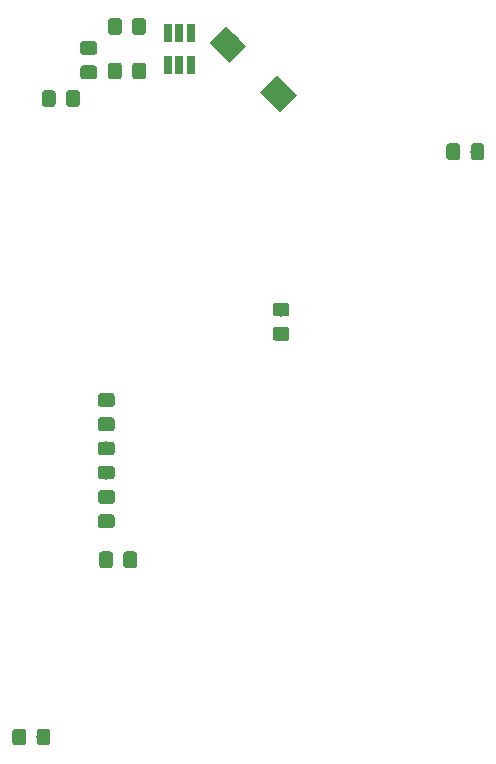
<source format=gbp>
G04 #@! TF.GenerationSoftware,KiCad,Pcbnew,5.0.1-33cea8e~68~ubuntu18.04.1*
G04 #@! TF.CreationDate,2018-11-23T15:34:50-05:00*
G04 #@! TF.ProjectId,samn,73616D6E2E6B696361645F7063620000,6*
G04 #@! TF.SameCoordinates,Original*
G04 #@! TF.FileFunction,Paste,Bot*
G04 #@! TF.FilePolarity,Positive*
%FSLAX46Y46*%
G04 Gerber Fmt 4.6, Leading zero omitted, Abs format (unit mm)*
G04 Created by KiCad (PCBNEW 5.0.1-33cea8e~68~ubuntu18.04.1) date Fri 23 Nov 2018 03:34:50 PM EST*
%MOMM*%
%LPD*%
G01*
G04 APERTURE LIST*
%ADD10C,2.000000*%
%ADD11C,0.100000*%
%ADD12C,1.150000*%
%ADD13R,0.650000X1.560000*%
G04 APERTURE END LIST*
D10*
G04 #@! TO.C,L1*
X44200000Y-27450000D03*
D11*
G36*
X44341421Y-29005635D02*
X42644365Y-27308579D01*
X44058579Y-25894365D01*
X45755635Y-27591421D01*
X44341421Y-29005635D01*
X44341421Y-29005635D01*
G37*
D10*
X39950000Y-23250000D03*
D11*
G36*
X40091421Y-24805635D02*
X38394365Y-23108579D01*
X39808579Y-21694365D01*
X41505635Y-23391421D01*
X40091421Y-24805635D01*
X40091421Y-24805635D01*
G37*
G04 #@! TD*
G04 #@! TO.C,R7*
G36*
X61424505Y-31651204D02*
X61448773Y-31654804D01*
X61472572Y-31660765D01*
X61495671Y-31669030D01*
X61517850Y-31679520D01*
X61538893Y-31692132D01*
X61558599Y-31706747D01*
X61576777Y-31723223D01*
X61593253Y-31741401D01*
X61607868Y-31761107D01*
X61620480Y-31782150D01*
X61630970Y-31804329D01*
X61639235Y-31827428D01*
X61645196Y-31851227D01*
X61648796Y-31875495D01*
X61650000Y-31899999D01*
X61650000Y-32800001D01*
X61648796Y-32824505D01*
X61645196Y-32848773D01*
X61639235Y-32872572D01*
X61630970Y-32895671D01*
X61620480Y-32917850D01*
X61607868Y-32938893D01*
X61593253Y-32958599D01*
X61576777Y-32976777D01*
X61558599Y-32993253D01*
X61538893Y-33007868D01*
X61517850Y-33020480D01*
X61495671Y-33030970D01*
X61472572Y-33039235D01*
X61448773Y-33045196D01*
X61424505Y-33048796D01*
X61400001Y-33050000D01*
X60749999Y-33050000D01*
X60725495Y-33048796D01*
X60701227Y-33045196D01*
X60677428Y-33039235D01*
X60654329Y-33030970D01*
X60632150Y-33020480D01*
X60611107Y-33007868D01*
X60591401Y-32993253D01*
X60573223Y-32976777D01*
X60556747Y-32958599D01*
X60542132Y-32938893D01*
X60529520Y-32917850D01*
X60519030Y-32895671D01*
X60510765Y-32872572D01*
X60504804Y-32848773D01*
X60501204Y-32824505D01*
X60500000Y-32800001D01*
X60500000Y-31899999D01*
X60501204Y-31875495D01*
X60504804Y-31851227D01*
X60510765Y-31827428D01*
X60519030Y-31804329D01*
X60529520Y-31782150D01*
X60542132Y-31761107D01*
X60556747Y-31741401D01*
X60573223Y-31723223D01*
X60591401Y-31706747D01*
X60611107Y-31692132D01*
X60632150Y-31679520D01*
X60654329Y-31669030D01*
X60677428Y-31660765D01*
X60701227Y-31654804D01*
X60725495Y-31651204D01*
X60749999Y-31650000D01*
X61400001Y-31650000D01*
X61424505Y-31651204D01*
X61424505Y-31651204D01*
G37*
D12*
X61075000Y-32350000D03*
D11*
G36*
X59374505Y-31651204D02*
X59398773Y-31654804D01*
X59422572Y-31660765D01*
X59445671Y-31669030D01*
X59467850Y-31679520D01*
X59488893Y-31692132D01*
X59508599Y-31706747D01*
X59526777Y-31723223D01*
X59543253Y-31741401D01*
X59557868Y-31761107D01*
X59570480Y-31782150D01*
X59580970Y-31804329D01*
X59589235Y-31827428D01*
X59595196Y-31851227D01*
X59598796Y-31875495D01*
X59600000Y-31899999D01*
X59600000Y-32800001D01*
X59598796Y-32824505D01*
X59595196Y-32848773D01*
X59589235Y-32872572D01*
X59580970Y-32895671D01*
X59570480Y-32917850D01*
X59557868Y-32938893D01*
X59543253Y-32958599D01*
X59526777Y-32976777D01*
X59508599Y-32993253D01*
X59488893Y-33007868D01*
X59467850Y-33020480D01*
X59445671Y-33030970D01*
X59422572Y-33039235D01*
X59398773Y-33045196D01*
X59374505Y-33048796D01*
X59350001Y-33050000D01*
X58699999Y-33050000D01*
X58675495Y-33048796D01*
X58651227Y-33045196D01*
X58627428Y-33039235D01*
X58604329Y-33030970D01*
X58582150Y-33020480D01*
X58561107Y-33007868D01*
X58541401Y-32993253D01*
X58523223Y-32976777D01*
X58506747Y-32958599D01*
X58492132Y-32938893D01*
X58479520Y-32917850D01*
X58469030Y-32895671D01*
X58460765Y-32872572D01*
X58454804Y-32848773D01*
X58451204Y-32824505D01*
X58450000Y-32800001D01*
X58450000Y-31899999D01*
X58451204Y-31875495D01*
X58454804Y-31851227D01*
X58460765Y-31827428D01*
X58469030Y-31804329D01*
X58479520Y-31782150D01*
X58492132Y-31761107D01*
X58506747Y-31741401D01*
X58523223Y-31723223D01*
X58541401Y-31706747D01*
X58561107Y-31692132D01*
X58582150Y-31679520D01*
X58604329Y-31669030D01*
X58627428Y-31660765D01*
X58651227Y-31654804D01*
X58675495Y-31651204D01*
X58699999Y-31650000D01*
X59350001Y-31650000D01*
X59374505Y-31651204D01*
X59374505Y-31651204D01*
G37*
D12*
X59025000Y-32350000D03*
G04 #@! TD*
D11*
G04 #@! TO.C,C2*
G36*
X25124505Y-27151204D02*
X25148773Y-27154804D01*
X25172572Y-27160765D01*
X25195671Y-27169030D01*
X25217850Y-27179520D01*
X25238893Y-27192132D01*
X25258599Y-27206747D01*
X25276777Y-27223223D01*
X25293253Y-27241401D01*
X25307868Y-27261107D01*
X25320480Y-27282150D01*
X25330970Y-27304329D01*
X25339235Y-27327428D01*
X25345196Y-27351227D01*
X25348796Y-27375495D01*
X25350000Y-27399999D01*
X25350000Y-28300001D01*
X25348796Y-28324505D01*
X25345196Y-28348773D01*
X25339235Y-28372572D01*
X25330970Y-28395671D01*
X25320480Y-28417850D01*
X25307868Y-28438893D01*
X25293253Y-28458599D01*
X25276777Y-28476777D01*
X25258599Y-28493253D01*
X25238893Y-28507868D01*
X25217850Y-28520480D01*
X25195671Y-28530970D01*
X25172572Y-28539235D01*
X25148773Y-28545196D01*
X25124505Y-28548796D01*
X25100001Y-28550000D01*
X24449999Y-28550000D01*
X24425495Y-28548796D01*
X24401227Y-28545196D01*
X24377428Y-28539235D01*
X24354329Y-28530970D01*
X24332150Y-28520480D01*
X24311107Y-28507868D01*
X24291401Y-28493253D01*
X24273223Y-28476777D01*
X24256747Y-28458599D01*
X24242132Y-28438893D01*
X24229520Y-28417850D01*
X24219030Y-28395671D01*
X24210765Y-28372572D01*
X24204804Y-28348773D01*
X24201204Y-28324505D01*
X24200000Y-28300001D01*
X24200000Y-27399999D01*
X24201204Y-27375495D01*
X24204804Y-27351227D01*
X24210765Y-27327428D01*
X24219030Y-27304329D01*
X24229520Y-27282150D01*
X24242132Y-27261107D01*
X24256747Y-27241401D01*
X24273223Y-27223223D01*
X24291401Y-27206747D01*
X24311107Y-27192132D01*
X24332150Y-27179520D01*
X24354329Y-27169030D01*
X24377428Y-27160765D01*
X24401227Y-27154804D01*
X24425495Y-27151204D01*
X24449999Y-27150000D01*
X25100001Y-27150000D01*
X25124505Y-27151204D01*
X25124505Y-27151204D01*
G37*
D12*
X24775000Y-27850000D03*
D11*
G36*
X27174505Y-27151204D02*
X27198773Y-27154804D01*
X27222572Y-27160765D01*
X27245671Y-27169030D01*
X27267850Y-27179520D01*
X27288893Y-27192132D01*
X27308599Y-27206747D01*
X27326777Y-27223223D01*
X27343253Y-27241401D01*
X27357868Y-27261107D01*
X27370480Y-27282150D01*
X27380970Y-27304329D01*
X27389235Y-27327428D01*
X27395196Y-27351227D01*
X27398796Y-27375495D01*
X27400000Y-27399999D01*
X27400000Y-28300001D01*
X27398796Y-28324505D01*
X27395196Y-28348773D01*
X27389235Y-28372572D01*
X27380970Y-28395671D01*
X27370480Y-28417850D01*
X27357868Y-28438893D01*
X27343253Y-28458599D01*
X27326777Y-28476777D01*
X27308599Y-28493253D01*
X27288893Y-28507868D01*
X27267850Y-28520480D01*
X27245671Y-28530970D01*
X27222572Y-28539235D01*
X27198773Y-28545196D01*
X27174505Y-28548796D01*
X27150001Y-28550000D01*
X26499999Y-28550000D01*
X26475495Y-28548796D01*
X26451227Y-28545196D01*
X26427428Y-28539235D01*
X26404329Y-28530970D01*
X26382150Y-28520480D01*
X26361107Y-28507868D01*
X26341401Y-28493253D01*
X26323223Y-28476777D01*
X26306747Y-28458599D01*
X26292132Y-28438893D01*
X26279520Y-28417850D01*
X26269030Y-28395671D01*
X26260765Y-28372572D01*
X26254804Y-28348773D01*
X26251204Y-28324505D01*
X26250000Y-28300001D01*
X26250000Y-27399999D01*
X26251204Y-27375495D01*
X26254804Y-27351227D01*
X26260765Y-27327428D01*
X26269030Y-27304329D01*
X26279520Y-27282150D01*
X26292132Y-27261107D01*
X26306747Y-27241401D01*
X26323223Y-27223223D01*
X26341401Y-27206747D01*
X26361107Y-27192132D01*
X26382150Y-27179520D01*
X26404329Y-27169030D01*
X26427428Y-27160765D01*
X26451227Y-27154804D01*
X26475495Y-27151204D01*
X26499999Y-27150000D01*
X27150001Y-27150000D01*
X27174505Y-27151204D01*
X27174505Y-27151204D01*
G37*
D12*
X26825000Y-27850000D03*
G04 #@! TD*
D11*
G04 #@! TO.C,C3*
G36*
X44924505Y-47201204D02*
X44948773Y-47204804D01*
X44972572Y-47210765D01*
X44995671Y-47219030D01*
X45017850Y-47229520D01*
X45038893Y-47242132D01*
X45058599Y-47256747D01*
X45076777Y-47273223D01*
X45093253Y-47291401D01*
X45107868Y-47311107D01*
X45120480Y-47332150D01*
X45130970Y-47354329D01*
X45139235Y-47377428D01*
X45145196Y-47401227D01*
X45148796Y-47425495D01*
X45150000Y-47449999D01*
X45150000Y-48100001D01*
X45148796Y-48124505D01*
X45145196Y-48148773D01*
X45139235Y-48172572D01*
X45130970Y-48195671D01*
X45120480Y-48217850D01*
X45107868Y-48238893D01*
X45093253Y-48258599D01*
X45076777Y-48276777D01*
X45058599Y-48293253D01*
X45038893Y-48307868D01*
X45017850Y-48320480D01*
X44995671Y-48330970D01*
X44972572Y-48339235D01*
X44948773Y-48345196D01*
X44924505Y-48348796D01*
X44900001Y-48350000D01*
X43999999Y-48350000D01*
X43975495Y-48348796D01*
X43951227Y-48345196D01*
X43927428Y-48339235D01*
X43904329Y-48330970D01*
X43882150Y-48320480D01*
X43861107Y-48307868D01*
X43841401Y-48293253D01*
X43823223Y-48276777D01*
X43806747Y-48258599D01*
X43792132Y-48238893D01*
X43779520Y-48217850D01*
X43769030Y-48195671D01*
X43760765Y-48172572D01*
X43754804Y-48148773D01*
X43751204Y-48124505D01*
X43750000Y-48100001D01*
X43750000Y-47449999D01*
X43751204Y-47425495D01*
X43754804Y-47401227D01*
X43760765Y-47377428D01*
X43769030Y-47354329D01*
X43779520Y-47332150D01*
X43792132Y-47311107D01*
X43806747Y-47291401D01*
X43823223Y-47273223D01*
X43841401Y-47256747D01*
X43861107Y-47242132D01*
X43882150Y-47229520D01*
X43904329Y-47219030D01*
X43927428Y-47210765D01*
X43951227Y-47204804D01*
X43975495Y-47201204D01*
X43999999Y-47200000D01*
X44900001Y-47200000D01*
X44924505Y-47201204D01*
X44924505Y-47201204D01*
G37*
D12*
X44450000Y-47775000D03*
D11*
G36*
X44924505Y-45151204D02*
X44948773Y-45154804D01*
X44972572Y-45160765D01*
X44995671Y-45169030D01*
X45017850Y-45179520D01*
X45038893Y-45192132D01*
X45058599Y-45206747D01*
X45076777Y-45223223D01*
X45093253Y-45241401D01*
X45107868Y-45261107D01*
X45120480Y-45282150D01*
X45130970Y-45304329D01*
X45139235Y-45327428D01*
X45145196Y-45351227D01*
X45148796Y-45375495D01*
X45150000Y-45399999D01*
X45150000Y-46050001D01*
X45148796Y-46074505D01*
X45145196Y-46098773D01*
X45139235Y-46122572D01*
X45130970Y-46145671D01*
X45120480Y-46167850D01*
X45107868Y-46188893D01*
X45093253Y-46208599D01*
X45076777Y-46226777D01*
X45058599Y-46243253D01*
X45038893Y-46257868D01*
X45017850Y-46270480D01*
X44995671Y-46280970D01*
X44972572Y-46289235D01*
X44948773Y-46295196D01*
X44924505Y-46298796D01*
X44900001Y-46300000D01*
X43999999Y-46300000D01*
X43975495Y-46298796D01*
X43951227Y-46295196D01*
X43927428Y-46289235D01*
X43904329Y-46280970D01*
X43882150Y-46270480D01*
X43861107Y-46257868D01*
X43841401Y-46243253D01*
X43823223Y-46226777D01*
X43806747Y-46208599D01*
X43792132Y-46188893D01*
X43779520Y-46167850D01*
X43769030Y-46145671D01*
X43760765Y-46122572D01*
X43754804Y-46098773D01*
X43751204Y-46074505D01*
X43750000Y-46050001D01*
X43750000Y-45399999D01*
X43751204Y-45375495D01*
X43754804Y-45351227D01*
X43760765Y-45327428D01*
X43769030Y-45304329D01*
X43779520Y-45282150D01*
X43792132Y-45261107D01*
X43806747Y-45241401D01*
X43823223Y-45223223D01*
X43841401Y-45206747D01*
X43861107Y-45192132D01*
X43882150Y-45179520D01*
X43904329Y-45169030D01*
X43927428Y-45160765D01*
X43951227Y-45154804D01*
X43975495Y-45151204D01*
X43999999Y-45150000D01*
X44900001Y-45150000D01*
X44924505Y-45151204D01*
X44924505Y-45151204D01*
G37*
D12*
X44450000Y-45725000D03*
G04 #@! TD*
D11*
G04 #@! TO.C,C5*
G36*
X30124505Y-52801204D02*
X30148773Y-52804804D01*
X30172572Y-52810765D01*
X30195671Y-52819030D01*
X30217850Y-52829520D01*
X30238893Y-52842132D01*
X30258599Y-52856747D01*
X30276777Y-52873223D01*
X30293253Y-52891401D01*
X30307868Y-52911107D01*
X30320480Y-52932150D01*
X30330970Y-52954329D01*
X30339235Y-52977428D01*
X30345196Y-53001227D01*
X30348796Y-53025495D01*
X30350000Y-53049999D01*
X30350000Y-53700001D01*
X30348796Y-53724505D01*
X30345196Y-53748773D01*
X30339235Y-53772572D01*
X30330970Y-53795671D01*
X30320480Y-53817850D01*
X30307868Y-53838893D01*
X30293253Y-53858599D01*
X30276777Y-53876777D01*
X30258599Y-53893253D01*
X30238893Y-53907868D01*
X30217850Y-53920480D01*
X30195671Y-53930970D01*
X30172572Y-53939235D01*
X30148773Y-53945196D01*
X30124505Y-53948796D01*
X30100001Y-53950000D01*
X29199999Y-53950000D01*
X29175495Y-53948796D01*
X29151227Y-53945196D01*
X29127428Y-53939235D01*
X29104329Y-53930970D01*
X29082150Y-53920480D01*
X29061107Y-53907868D01*
X29041401Y-53893253D01*
X29023223Y-53876777D01*
X29006747Y-53858599D01*
X28992132Y-53838893D01*
X28979520Y-53817850D01*
X28969030Y-53795671D01*
X28960765Y-53772572D01*
X28954804Y-53748773D01*
X28951204Y-53724505D01*
X28950000Y-53700001D01*
X28950000Y-53049999D01*
X28951204Y-53025495D01*
X28954804Y-53001227D01*
X28960765Y-52977428D01*
X28969030Y-52954329D01*
X28979520Y-52932150D01*
X28992132Y-52911107D01*
X29006747Y-52891401D01*
X29023223Y-52873223D01*
X29041401Y-52856747D01*
X29061107Y-52842132D01*
X29082150Y-52829520D01*
X29104329Y-52819030D01*
X29127428Y-52810765D01*
X29151227Y-52804804D01*
X29175495Y-52801204D01*
X29199999Y-52800000D01*
X30100001Y-52800000D01*
X30124505Y-52801204D01*
X30124505Y-52801204D01*
G37*
D12*
X29650000Y-53375000D03*
D11*
G36*
X30124505Y-54851204D02*
X30148773Y-54854804D01*
X30172572Y-54860765D01*
X30195671Y-54869030D01*
X30217850Y-54879520D01*
X30238893Y-54892132D01*
X30258599Y-54906747D01*
X30276777Y-54923223D01*
X30293253Y-54941401D01*
X30307868Y-54961107D01*
X30320480Y-54982150D01*
X30330970Y-55004329D01*
X30339235Y-55027428D01*
X30345196Y-55051227D01*
X30348796Y-55075495D01*
X30350000Y-55099999D01*
X30350000Y-55750001D01*
X30348796Y-55774505D01*
X30345196Y-55798773D01*
X30339235Y-55822572D01*
X30330970Y-55845671D01*
X30320480Y-55867850D01*
X30307868Y-55888893D01*
X30293253Y-55908599D01*
X30276777Y-55926777D01*
X30258599Y-55943253D01*
X30238893Y-55957868D01*
X30217850Y-55970480D01*
X30195671Y-55980970D01*
X30172572Y-55989235D01*
X30148773Y-55995196D01*
X30124505Y-55998796D01*
X30100001Y-56000000D01*
X29199999Y-56000000D01*
X29175495Y-55998796D01*
X29151227Y-55995196D01*
X29127428Y-55989235D01*
X29104329Y-55980970D01*
X29082150Y-55970480D01*
X29061107Y-55957868D01*
X29041401Y-55943253D01*
X29023223Y-55926777D01*
X29006747Y-55908599D01*
X28992132Y-55888893D01*
X28979520Y-55867850D01*
X28969030Y-55845671D01*
X28960765Y-55822572D01*
X28954804Y-55798773D01*
X28951204Y-55774505D01*
X28950000Y-55750001D01*
X28950000Y-55099999D01*
X28951204Y-55075495D01*
X28954804Y-55051227D01*
X28960765Y-55027428D01*
X28969030Y-55004329D01*
X28979520Y-54982150D01*
X28992132Y-54961107D01*
X29006747Y-54941401D01*
X29023223Y-54923223D01*
X29041401Y-54906747D01*
X29061107Y-54892132D01*
X29082150Y-54879520D01*
X29104329Y-54869030D01*
X29127428Y-54860765D01*
X29151227Y-54854804D01*
X29175495Y-54851204D01*
X29199999Y-54850000D01*
X30100001Y-54850000D01*
X30124505Y-54851204D01*
X30124505Y-54851204D01*
G37*
D12*
X29650000Y-55425000D03*
G04 #@! TD*
D11*
G04 #@! TO.C,C6*
G36*
X30124505Y-63051204D02*
X30148773Y-63054804D01*
X30172572Y-63060765D01*
X30195671Y-63069030D01*
X30217850Y-63079520D01*
X30238893Y-63092132D01*
X30258599Y-63106747D01*
X30276777Y-63123223D01*
X30293253Y-63141401D01*
X30307868Y-63161107D01*
X30320480Y-63182150D01*
X30330970Y-63204329D01*
X30339235Y-63227428D01*
X30345196Y-63251227D01*
X30348796Y-63275495D01*
X30350000Y-63299999D01*
X30350000Y-63950001D01*
X30348796Y-63974505D01*
X30345196Y-63998773D01*
X30339235Y-64022572D01*
X30330970Y-64045671D01*
X30320480Y-64067850D01*
X30307868Y-64088893D01*
X30293253Y-64108599D01*
X30276777Y-64126777D01*
X30258599Y-64143253D01*
X30238893Y-64157868D01*
X30217850Y-64170480D01*
X30195671Y-64180970D01*
X30172572Y-64189235D01*
X30148773Y-64195196D01*
X30124505Y-64198796D01*
X30100001Y-64200000D01*
X29199999Y-64200000D01*
X29175495Y-64198796D01*
X29151227Y-64195196D01*
X29127428Y-64189235D01*
X29104329Y-64180970D01*
X29082150Y-64170480D01*
X29061107Y-64157868D01*
X29041401Y-64143253D01*
X29023223Y-64126777D01*
X29006747Y-64108599D01*
X28992132Y-64088893D01*
X28979520Y-64067850D01*
X28969030Y-64045671D01*
X28960765Y-64022572D01*
X28954804Y-63998773D01*
X28951204Y-63974505D01*
X28950000Y-63950001D01*
X28950000Y-63299999D01*
X28951204Y-63275495D01*
X28954804Y-63251227D01*
X28960765Y-63227428D01*
X28969030Y-63204329D01*
X28979520Y-63182150D01*
X28992132Y-63161107D01*
X29006747Y-63141401D01*
X29023223Y-63123223D01*
X29041401Y-63106747D01*
X29061107Y-63092132D01*
X29082150Y-63079520D01*
X29104329Y-63069030D01*
X29127428Y-63060765D01*
X29151227Y-63054804D01*
X29175495Y-63051204D01*
X29199999Y-63050000D01*
X30100001Y-63050000D01*
X30124505Y-63051204D01*
X30124505Y-63051204D01*
G37*
D12*
X29650000Y-63625000D03*
D11*
G36*
X30124505Y-61001204D02*
X30148773Y-61004804D01*
X30172572Y-61010765D01*
X30195671Y-61019030D01*
X30217850Y-61029520D01*
X30238893Y-61042132D01*
X30258599Y-61056747D01*
X30276777Y-61073223D01*
X30293253Y-61091401D01*
X30307868Y-61111107D01*
X30320480Y-61132150D01*
X30330970Y-61154329D01*
X30339235Y-61177428D01*
X30345196Y-61201227D01*
X30348796Y-61225495D01*
X30350000Y-61249999D01*
X30350000Y-61900001D01*
X30348796Y-61924505D01*
X30345196Y-61948773D01*
X30339235Y-61972572D01*
X30330970Y-61995671D01*
X30320480Y-62017850D01*
X30307868Y-62038893D01*
X30293253Y-62058599D01*
X30276777Y-62076777D01*
X30258599Y-62093253D01*
X30238893Y-62107868D01*
X30217850Y-62120480D01*
X30195671Y-62130970D01*
X30172572Y-62139235D01*
X30148773Y-62145196D01*
X30124505Y-62148796D01*
X30100001Y-62150000D01*
X29199999Y-62150000D01*
X29175495Y-62148796D01*
X29151227Y-62145196D01*
X29127428Y-62139235D01*
X29104329Y-62130970D01*
X29082150Y-62120480D01*
X29061107Y-62107868D01*
X29041401Y-62093253D01*
X29023223Y-62076777D01*
X29006747Y-62058599D01*
X28992132Y-62038893D01*
X28979520Y-62017850D01*
X28969030Y-61995671D01*
X28960765Y-61972572D01*
X28954804Y-61948773D01*
X28951204Y-61924505D01*
X28950000Y-61900001D01*
X28950000Y-61249999D01*
X28951204Y-61225495D01*
X28954804Y-61201227D01*
X28960765Y-61177428D01*
X28969030Y-61154329D01*
X28979520Y-61132150D01*
X28992132Y-61111107D01*
X29006747Y-61091401D01*
X29023223Y-61073223D01*
X29041401Y-61056747D01*
X29061107Y-61042132D01*
X29082150Y-61029520D01*
X29104329Y-61019030D01*
X29127428Y-61010765D01*
X29151227Y-61004804D01*
X29175495Y-61001204D01*
X29199999Y-61000000D01*
X30100001Y-61000000D01*
X30124505Y-61001204D01*
X30124505Y-61001204D01*
G37*
D12*
X29650000Y-61575000D03*
G04 #@! TD*
D11*
G04 #@! TO.C,C1*
G36*
X30724505Y-24801204D02*
X30748773Y-24804804D01*
X30772572Y-24810765D01*
X30795671Y-24819030D01*
X30817850Y-24829520D01*
X30838893Y-24842132D01*
X30858599Y-24856747D01*
X30876777Y-24873223D01*
X30893253Y-24891401D01*
X30907868Y-24911107D01*
X30920480Y-24932150D01*
X30930970Y-24954329D01*
X30939235Y-24977428D01*
X30945196Y-25001227D01*
X30948796Y-25025495D01*
X30950000Y-25049999D01*
X30950000Y-25950001D01*
X30948796Y-25974505D01*
X30945196Y-25998773D01*
X30939235Y-26022572D01*
X30930970Y-26045671D01*
X30920480Y-26067850D01*
X30907868Y-26088893D01*
X30893253Y-26108599D01*
X30876777Y-26126777D01*
X30858599Y-26143253D01*
X30838893Y-26157868D01*
X30817850Y-26170480D01*
X30795671Y-26180970D01*
X30772572Y-26189235D01*
X30748773Y-26195196D01*
X30724505Y-26198796D01*
X30700001Y-26200000D01*
X30049999Y-26200000D01*
X30025495Y-26198796D01*
X30001227Y-26195196D01*
X29977428Y-26189235D01*
X29954329Y-26180970D01*
X29932150Y-26170480D01*
X29911107Y-26157868D01*
X29891401Y-26143253D01*
X29873223Y-26126777D01*
X29856747Y-26108599D01*
X29842132Y-26088893D01*
X29829520Y-26067850D01*
X29819030Y-26045671D01*
X29810765Y-26022572D01*
X29804804Y-25998773D01*
X29801204Y-25974505D01*
X29800000Y-25950001D01*
X29800000Y-25049999D01*
X29801204Y-25025495D01*
X29804804Y-25001227D01*
X29810765Y-24977428D01*
X29819030Y-24954329D01*
X29829520Y-24932150D01*
X29842132Y-24911107D01*
X29856747Y-24891401D01*
X29873223Y-24873223D01*
X29891401Y-24856747D01*
X29911107Y-24842132D01*
X29932150Y-24829520D01*
X29954329Y-24819030D01*
X29977428Y-24810765D01*
X30001227Y-24804804D01*
X30025495Y-24801204D01*
X30049999Y-24800000D01*
X30700001Y-24800000D01*
X30724505Y-24801204D01*
X30724505Y-24801204D01*
G37*
D12*
X30375000Y-25500000D03*
D11*
G36*
X32774505Y-24801204D02*
X32798773Y-24804804D01*
X32822572Y-24810765D01*
X32845671Y-24819030D01*
X32867850Y-24829520D01*
X32888893Y-24842132D01*
X32908599Y-24856747D01*
X32926777Y-24873223D01*
X32943253Y-24891401D01*
X32957868Y-24911107D01*
X32970480Y-24932150D01*
X32980970Y-24954329D01*
X32989235Y-24977428D01*
X32995196Y-25001227D01*
X32998796Y-25025495D01*
X33000000Y-25049999D01*
X33000000Y-25950001D01*
X32998796Y-25974505D01*
X32995196Y-25998773D01*
X32989235Y-26022572D01*
X32980970Y-26045671D01*
X32970480Y-26067850D01*
X32957868Y-26088893D01*
X32943253Y-26108599D01*
X32926777Y-26126777D01*
X32908599Y-26143253D01*
X32888893Y-26157868D01*
X32867850Y-26170480D01*
X32845671Y-26180970D01*
X32822572Y-26189235D01*
X32798773Y-26195196D01*
X32774505Y-26198796D01*
X32750001Y-26200000D01*
X32099999Y-26200000D01*
X32075495Y-26198796D01*
X32051227Y-26195196D01*
X32027428Y-26189235D01*
X32004329Y-26180970D01*
X31982150Y-26170480D01*
X31961107Y-26157868D01*
X31941401Y-26143253D01*
X31923223Y-26126777D01*
X31906747Y-26108599D01*
X31892132Y-26088893D01*
X31879520Y-26067850D01*
X31869030Y-26045671D01*
X31860765Y-26022572D01*
X31854804Y-25998773D01*
X31851204Y-25974505D01*
X31850000Y-25950001D01*
X31850000Y-25049999D01*
X31851204Y-25025495D01*
X31854804Y-25001227D01*
X31860765Y-24977428D01*
X31869030Y-24954329D01*
X31879520Y-24932150D01*
X31892132Y-24911107D01*
X31906747Y-24891401D01*
X31923223Y-24873223D01*
X31941401Y-24856747D01*
X31961107Y-24842132D01*
X31982150Y-24829520D01*
X32004329Y-24819030D01*
X32027428Y-24810765D01*
X32051227Y-24804804D01*
X32075495Y-24801204D01*
X32099999Y-24800000D01*
X32750001Y-24800000D01*
X32774505Y-24801204D01*
X32774505Y-24801204D01*
G37*
D12*
X32425000Y-25500000D03*
G04 #@! TD*
D13*
G04 #@! TO.C,U1*
X35837600Y-22295000D03*
X36787600Y-22295000D03*
X34887600Y-22295000D03*
X34887600Y-24995000D03*
X35837600Y-24995000D03*
X36787600Y-24995000D03*
G04 #@! TD*
D11*
G04 #@! TO.C,R4*
G36*
X32024505Y-66201204D02*
X32048773Y-66204804D01*
X32072572Y-66210765D01*
X32095671Y-66219030D01*
X32117850Y-66229520D01*
X32138893Y-66242132D01*
X32158599Y-66256747D01*
X32176777Y-66273223D01*
X32193253Y-66291401D01*
X32207868Y-66311107D01*
X32220480Y-66332150D01*
X32230970Y-66354329D01*
X32239235Y-66377428D01*
X32245196Y-66401227D01*
X32248796Y-66425495D01*
X32250000Y-66449999D01*
X32250000Y-67350001D01*
X32248796Y-67374505D01*
X32245196Y-67398773D01*
X32239235Y-67422572D01*
X32230970Y-67445671D01*
X32220480Y-67467850D01*
X32207868Y-67488893D01*
X32193253Y-67508599D01*
X32176777Y-67526777D01*
X32158599Y-67543253D01*
X32138893Y-67557868D01*
X32117850Y-67570480D01*
X32095671Y-67580970D01*
X32072572Y-67589235D01*
X32048773Y-67595196D01*
X32024505Y-67598796D01*
X32000001Y-67600000D01*
X31349999Y-67600000D01*
X31325495Y-67598796D01*
X31301227Y-67595196D01*
X31277428Y-67589235D01*
X31254329Y-67580970D01*
X31232150Y-67570480D01*
X31211107Y-67557868D01*
X31191401Y-67543253D01*
X31173223Y-67526777D01*
X31156747Y-67508599D01*
X31142132Y-67488893D01*
X31129520Y-67467850D01*
X31119030Y-67445671D01*
X31110765Y-67422572D01*
X31104804Y-67398773D01*
X31101204Y-67374505D01*
X31100000Y-67350001D01*
X31100000Y-66449999D01*
X31101204Y-66425495D01*
X31104804Y-66401227D01*
X31110765Y-66377428D01*
X31119030Y-66354329D01*
X31129520Y-66332150D01*
X31142132Y-66311107D01*
X31156747Y-66291401D01*
X31173223Y-66273223D01*
X31191401Y-66256747D01*
X31211107Y-66242132D01*
X31232150Y-66229520D01*
X31254329Y-66219030D01*
X31277428Y-66210765D01*
X31301227Y-66204804D01*
X31325495Y-66201204D01*
X31349999Y-66200000D01*
X32000001Y-66200000D01*
X32024505Y-66201204D01*
X32024505Y-66201204D01*
G37*
D12*
X31675000Y-66900000D03*
D11*
G36*
X29974505Y-66201204D02*
X29998773Y-66204804D01*
X30022572Y-66210765D01*
X30045671Y-66219030D01*
X30067850Y-66229520D01*
X30088893Y-66242132D01*
X30108599Y-66256747D01*
X30126777Y-66273223D01*
X30143253Y-66291401D01*
X30157868Y-66311107D01*
X30170480Y-66332150D01*
X30180970Y-66354329D01*
X30189235Y-66377428D01*
X30195196Y-66401227D01*
X30198796Y-66425495D01*
X30200000Y-66449999D01*
X30200000Y-67350001D01*
X30198796Y-67374505D01*
X30195196Y-67398773D01*
X30189235Y-67422572D01*
X30180970Y-67445671D01*
X30170480Y-67467850D01*
X30157868Y-67488893D01*
X30143253Y-67508599D01*
X30126777Y-67526777D01*
X30108599Y-67543253D01*
X30088893Y-67557868D01*
X30067850Y-67570480D01*
X30045671Y-67580970D01*
X30022572Y-67589235D01*
X29998773Y-67595196D01*
X29974505Y-67598796D01*
X29950001Y-67600000D01*
X29299999Y-67600000D01*
X29275495Y-67598796D01*
X29251227Y-67595196D01*
X29227428Y-67589235D01*
X29204329Y-67580970D01*
X29182150Y-67570480D01*
X29161107Y-67557868D01*
X29141401Y-67543253D01*
X29123223Y-67526777D01*
X29106747Y-67508599D01*
X29092132Y-67488893D01*
X29079520Y-67467850D01*
X29069030Y-67445671D01*
X29060765Y-67422572D01*
X29054804Y-67398773D01*
X29051204Y-67374505D01*
X29050000Y-67350001D01*
X29050000Y-66449999D01*
X29051204Y-66425495D01*
X29054804Y-66401227D01*
X29060765Y-66377428D01*
X29069030Y-66354329D01*
X29079520Y-66332150D01*
X29092132Y-66311107D01*
X29106747Y-66291401D01*
X29123223Y-66273223D01*
X29141401Y-66256747D01*
X29161107Y-66242132D01*
X29182150Y-66229520D01*
X29204329Y-66219030D01*
X29227428Y-66210765D01*
X29251227Y-66204804D01*
X29275495Y-66201204D01*
X29299999Y-66200000D01*
X29950001Y-66200000D01*
X29974505Y-66201204D01*
X29974505Y-66201204D01*
G37*
D12*
X29625000Y-66900000D03*
G04 #@! TD*
D11*
G04 #@! TO.C,R1*
G36*
X32774505Y-21051204D02*
X32798773Y-21054804D01*
X32822572Y-21060765D01*
X32845671Y-21069030D01*
X32867850Y-21079520D01*
X32888893Y-21092132D01*
X32908599Y-21106747D01*
X32926777Y-21123223D01*
X32943253Y-21141401D01*
X32957868Y-21161107D01*
X32970480Y-21182150D01*
X32980970Y-21204329D01*
X32989235Y-21227428D01*
X32995196Y-21251227D01*
X32998796Y-21275495D01*
X33000000Y-21299999D01*
X33000000Y-22200001D01*
X32998796Y-22224505D01*
X32995196Y-22248773D01*
X32989235Y-22272572D01*
X32980970Y-22295671D01*
X32970480Y-22317850D01*
X32957868Y-22338893D01*
X32943253Y-22358599D01*
X32926777Y-22376777D01*
X32908599Y-22393253D01*
X32888893Y-22407868D01*
X32867850Y-22420480D01*
X32845671Y-22430970D01*
X32822572Y-22439235D01*
X32798773Y-22445196D01*
X32774505Y-22448796D01*
X32750001Y-22450000D01*
X32099999Y-22450000D01*
X32075495Y-22448796D01*
X32051227Y-22445196D01*
X32027428Y-22439235D01*
X32004329Y-22430970D01*
X31982150Y-22420480D01*
X31961107Y-22407868D01*
X31941401Y-22393253D01*
X31923223Y-22376777D01*
X31906747Y-22358599D01*
X31892132Y-22338893D01*
X31879520Y-22317850D01*
X31869030Y-22295671D01*
X31860765Y-22272572D01*
X31854804Y-22248773D01*
X31851204Y-22224505D01*
X31850000Y-22200001D01*
X31850000Y-21299999D01*
X31851204Y-21275495D01*
X31854804Y-21251227D01*
X31860765Y-21227428D01*
X31869030Y-21204329D01*
X31879520Y-21182150D01*
X31892132Y-21161107D01*
X31906747Y-21141401D01*
X31923223Y-21123223D01*
X31941401Y-21106747D01*
X31961107Y-21092132D01*
X31982150Y-21079520D01*
X32004329Y-21069030D01*
X32027428Y-21060765D01*
X32051227Y-21054804D01*
X32075495Y-21051204D01*
X32099999Y-21050000D01*
X32750001Y-21050000D01*
X32774505Y-21051204D01*
X32774505Y-21051204D01*
G37*
D12*
X32425000Y-21750000D03*
D11*
G36*
X30724505Y-21051204D02*
X30748773Y-21054804D01*
X30772572Y-21060765D01*
X30795671Y-21069030D01*
X30817850Y-21079520D01*
X30838893Y-21092132D01*
X30858599Y-21106747D01*
X30876777Y-21123223D01*
X30893253Y-21141401D01*
X30907868Y-21161107D01*
X30920480Y-21182150D01*
X30930970Y-21204329D01*
X30939235Y-21227428D01*
X30945196Y-21251227D01*
X30948796Y-21275495D01*
X30950000Y-21299999D01*
X30950000Y-22200001D01*
X30948796Y-22224505D01*
X30945196Y-22248773D01*
X30939235Y-22272572D01*
X30930970Y-22295671D01*
X30920480Y-22317850D01*
X30907868Y-22338893D01*
X30893253Y-22358599D01*
X30876777Y-22376777D01*
X30858599Y-22393253D01*
X30838893Y-22407868D01*
X30817850Y-22420480D01*
X30795671Y-22430970D01*
X30772572Y-22439235D01*
X30748773Y-22445196D01*
X30724505Y-22448796D01*
X30700001Y-22450000D01*
X30049999Y-22450000D01*
X30025495Y-22448796D01*
X30001227Y-22445196D01*
X29977428Y-22439235D01*
X29954329Y-22430970D01*
X29932150Y-22420480D01*
X29911107Y-22407868D01*
X29891401Y-22393253D01*
X29873223Y-22376777D01*
X29856747Y-22358599D01*
X29842132Y-22338893D01*
X29829520Y-22317850D01*
X29819030Y-22295671D01*
X29810765Y-22272572D01*
X29804804Y-22248773D01*
X29801204Y-22224505D01*
X29800000Y-22200001D01*
X29800000Y-21299999D01*
X29801204Y-21275495D01*
X29804804Y-21251227D01*
X29810765Y-21227428D01*
X29819030Y-21204329D01*
X29829520Y-21182150D01*
X29842132Y-21161107D01*
X29856747Y-21141401D01*
X29873223Y-21123223D01*
X29891401Y-21106747D01*
X29911107Y-21092132D01*
X29932150Y-21079520D01*
X29954329Y-21069030D01*
X29977428Y-21060765D01*
X30001227Y-21054804D01*
X30025495Y-21051204D01*
X30049999Y-21050000D01*
X30700001Y-21050000D01*
X30724505Y-21051204D01*
X30724505Y-21051204D01*
G37*
D12*
X30375000Y-21750000D03*
G04 #@! TD*
D11*
G04 #@! TO.C,R2*
G36*
X28624505Y-25051204D02*
X28648773Y-25054804D01*
X28672572Y-25060765D01*
X28695671Y-25069030D01*
X28717850Y-25079520D01*
X28738893Y-25092132D01*
X28758599Y-25106747D01*
X28776777Y-25123223D01*
X28793253Y-25141401D01*
X28807868Y-25161107D01*
X28820480Y-25182150D01*
X28830970Y-25204329D01*
X28839235Y-25227428D01*
X28845196Y-25251227D01*
X28848796Y-25275495D01*
X28850000Y-25299999D01*
X28850000Y-25950001D01*
X28848796Y-25974505D01*
X28845196Y-25998773D01*
X28839235Y-26022572D01*
X28830970Y-26045671D01*
X28820480Y-26067850D01*
X28807868Y-26088893D01*
X28793253Y-26108599D01*
X28776777Y-26126777D01*
X28758599Y-26143253D01*
X28738893Y-26157868D01*
X28717850Y-26170480D01*
X28695671Y-26180970D01*
X28672572Y-26189235D01*
X28648773Y-26195196D01*
X28624505Y-26198796D01*
X28600001Y-26200000D01*
X27699999Y-26200000D01*
X27675495Y-26198796D01*
X27651227Y-26195196D01*
X27627428Y-26189235D01*
X27604329Y-26180970D01*
X27582150Y-26170480D01*
X27561107Y-26157868D01*
X27541401Y-26143253D01*
X27523223Y-26126777D01*
X27506747Y-26108599D01*
X27492132Y-26088893D01*
X27479520Y-26067850D01*
X27469030Y-26045671D01*
X27460765Y-26022572D01*
X27454804Y-25998773D01*
X27451204Y-25974505D01*
X27450000Y-25950001D01*
X27450000Y-25299999D01*
X27451204Y-25275495D01*
X27454804Y-25251227D01*
X27460765Y-25227428D01*
X27469030Y-25204329D01*
X27479520Y-25182150D01*
X27492132Y-25161107D01*
X27506747Y-25141401D01*
X27523223Y-25123223D01*
X27541401Y-25106747D01*
X27561107Y-25092132D01*
X27582150Y-25079520D01*
X27604329Y-25069030D01*
X27627428Y-25060765D01*
X27651227Y-25054804D01*
X27675495Y-25051204D01*
X27699999Y-25050000D01*
X28600001Y-25050000D01*
X28624505Y-25051204D01*
X28624505Y-25051204D01*
G37*
D12*
X28150000Y-25625000D03*
D11*
G36*
X28624505Y-23001204D02*
X28648773Y-23004804D01*
X28672572Y-23010765D01*
X28695671Y-23019030D01*
X28717850Y-23029520D01*
X28738893Y-23042132D01*
X28758599Y-23056747D01*
X28776777Y-23073223D01*
X28793253Y-23091401D01*
X28807868Y-23111107D01*
X28820480Y-23132150D01*
X28830970Y-23154329D01*
X28839235Y-23177428D01*
X28845196Y-23201227D01*
X28848796Y-23225495D01*
X28850000Y-23249999D01*
X28850000Y-23900001D01*
X28848796Y-23924505D01*
X28845196Y-23948773D01*
X28839235Y-23972572D01*
X28830970Y-23995671D01*
X28820480Y-24017850D01*
X28807868Y-24038893D01*
X28793253Y-24058599D01*
X28776777Y-24076777D01*
X28758599Y-24093253D01*
X28738893Y-24107868D01*
X28717850Y-24120480D01*
X28695671Y-24130970D01*
X28672572Y-24139235D01*
X28648773Y-24145196D01*
X28624505Y-24148796D01*
X28600001Y-24150000D01*
X27699999Y-24150000D01*
X27675495Y-24148796D01*
X27651227Y-24145196D01*
X27627428Y-24139235D01*
X27604329Y-24130970D01*
X27582150Y-24120480D01*
X27561107Y-24107868D01*
X27541401Y-24093253D01*
X27523223Y-24076777D01*
X27506747Y-24058599D01*
X27492132Y-24038893D01*
X27479520Y-24017850D01*
X27469030Y-23995671D01*
X27460765Y-23972572D01*
X27454804Y-23948773D01*
X27451204Y-23924505D01*
X27450000Y-23900001D01*
X27450000Y-23249999D01*
X27451204Y-23225495D01*
X27454804Y-23201227D01*
X27460765Y-23177428D01*
X27469030Y-23154329D01*
X27479520Y-23132150D01*
X27492132Y-23111107D01*
X27506747Y-23091401D01*
X27523223Y-23073223D01*
X27541401Y-23056747D01*
X27561107Y-23042132D01*
X27582150Y-23029520D01*
X27604329Y-23019030D01*
X27627428Y-23010765D01*
X27651227Y-23004804D01*
X27675495Y-23001204D01*
X27699999Y-23000000D01*
X28600001Y-23000000D01*
X28624505Y-23001204D01*
X28624505Y-23001204D01*
G37*
D12*
X28150000Y-23575000D03*
G04 #@! TD*
D11*
G04 #@! TO.C,R5*
G36*
X22624505Y-81201204D02*
X22648773Y-81204804D01*
X22672572Y-81210765D01*
X22695671Y-81219030D01*
X22717850Y-81229520D01*
X22738893Y-81242132D01*
X22758599Y-81256747D01*
X22776777Y-81273223D01*
X22793253Y-81291401D01*
X22807868Y-81311107D01*
X22820480Y-81332150D01*
X22830970Y-81354329D01*
X22839235Y-81377428D01*
X22845196Y-81401227D01*
X22848796Y-81425495D01*
X22850000Y-81449999D01*
X22850000Y-82350001D01*
X22848796Y-82374505D01*
X22845196Y-82398773D01*
X22839235Y-82422572D01*
X22830970Y-82445671D01*
X22820480Y-82467850D01*
X22807868Y-82488893D01*
X22793253Y-82508599D01*
X22776777Y-82526777D01*
X22758599Y-82543253D01*
X22738893Y-82557868D01*
X22717850Y-82570480D01*
X22695671Y-82580970D01*
X22672572Y-82589235D01*
X22648773Y-82595196D01*
X22624505Y-82598796D01*
X22600001Y-82600000D01*
X21949999Y-82600000D01*
X21925495Y-82598796D01*
X21901227Y-82595196D01*
X21877428Y-82589235D01*
X21854329Y-82580970D01*
X21832150Y-82570480D01*
X21811107Y-82557868D01*
X21791401Y-82543253D01*
X21773223Y-82526777D01*
X21756747Y-82508599D01*
X21742132Y-82488893D01*
X21729520Y-82467850D01*
X21719030Y-82445671D01*
X21710765Y-82422572D01*
X21704804Y-82398773D01*
X21701204Y-82374505D01*
X21700000Y-82350001D01*
X21700000Y-81449999D01*
X21701204Y-81425495D01*
X21704804Y-81401227D01*
X21710765Y-81377428D01*
X21719030Y-81354329D01*
X21729520Y-81332150D01*
X21742132Y-81311107D01*
X21756747Y-81291401D01*
X21773223Y-81273223D01*
X21791401Y-81256747D01*
X21811107Y-81242132D01*
X21832150Y-81229520D01*
X21854329Y-81219030D01*
X21877428Y-81210765D01*
X21901227Y-81204804D01*
X21925495Y-81201204D01*
X21949999Y-81200000D01*
X22600001Y-81200000D01*
X22624505Y-81201204D01*
X22624505Y-81201204D01*
G37*
D12*
X22275000Y-81900000D03*
D11*
G36*
X24674505Y-81201204D02*
X24698773Y-81204804D01*
X24722572Y-81210765D01*
X24745671Y-81219030D01*
X24767850Y-81229520D01*
X24788893Y-81242132D01*
X24808599Y-81256747D01*
X24826777Y-81273223D01*
X24843253Y-81291401D01*
X24857868Y-81311107D01*
X24870480Y-81332150D01*
X24880970Y-81354329D01*
X24889235Y-81377428D01*
X24895196Y-81401227D01*
X24898796Y-81425495D01*
X24900000Y-81449999D01*
X24900000Y-82350001D01*
X24898796Y-82374505D01*
X24895196Y-82398773D01*
X24889235Y-82422572D01*
X24880970Y-82445671D01*
X24870480Y-82467850D01*
X24857868Y-82488893D01*
X24843253Y-82508599D01*
X24826777Y-82526777D01*
X24808599Y-82543253D01*
X24788893Y-82557868D01*
X24767850Y-82570480D01*
X24745671Y-82580970D01*
X24722572Y-82589235D01*
X24698773Y-82595196D01*
X24674505Y-82598796D01*
X24650001Y-82600000D01*
X23999999Y-82600000D01*
X23975495Y-82598796D01*
X23951227Y-82595196D01*
X23927428Y-82589235D01*
X23904329Y-82580970D01*
X23882150Y-82570480D01*
X23861107Y-82557868D01*
X23841401Y-82543253D01*
X23823223Y-82526777D01*
X23806747Y-82508599D01*
X23792132Y-82488893D01*
X23779520Y-82467850D01*
X23769030Y-82445671D01*
X23760765Y-82422572D01*
X23754804Y-82398773D01*
X23751204Y-82374505D01*
X23750000Y-82350001D01*
X23750000Y-81449999D01*
X23751204Y-81425495D01*
X23754804Y-81401227D01*
X23760765Y-81377428D01*
X23769030Y-81354329D01*
X23779520Y-81332150D01*
X23792132Y-81311107D01*
X23806747Y-81291401D01*
X23823223Y-81273223D01*
X23841401Y-81256747D01*
X23861107Y-81242132D01*
X23882150Y-81229520D01*
X23904329Y-81219030D01*
X23927428Y-81210765D01*
X23951227Y-81204804D01*
X23975495Y-81201204D01*
X23999999Y-81200000D01*
X24650001Y-81200000D01*
X24674505Y-81201204D01*
X24674505Y-81201204D01*
G37*
D12*
X24325000Y-81900000D03*
G04 #@! TD*
D11*
G04 #@! TO.C,R6*
G36*
X30124505Y-58951204D02*
X30148773Y-58954804D01*
X30172572Y-58960765D01*
X30195671Y-58969030D01*
X30217850Y-58979520D01*
X30238893Y-58992132D01*
X30258599Y-59006747D01*
X30276777Y-59023223D01*
X30293253Y-59041401D01*
X30307868Y-59061107D01*
X30320480Y-59082150D01*
X30330970Y-59104329D01*
X30339235Y-59127428D01*
X30345196Y-59151227D01*
X30348796Y-59175495D01*
X30350000Y-59199999D01*
X30350000Y-59850001D01*
X30348796Y-59874505D01*
X30345196Y-59898773D01*
X30339235Y-59922572D01*
X30330970Y-59945671D01*
X30320480Y-59967850D01*
X30307868Y-59988893D01*
X30293253Y-60008599D01*
X30276777Y-60026777D01*
X30258599Y-60043253D01*
X30238893Y-60057868D01*
X30217850Y-60070480D01*
X30195671Y-60080970D01*
X30172572Y-60089235D01*
X30148773Y-60095196D01*
X30124505Y-60098796D01*
X30100001Y-60100000D01*
X29199999Y-60100000D01*
X29175495Y-60098796D01*
X29151227Y-60095196D01*
X29127428Y-60089235D01*
X29104329Y-60080970D01*
X29082150Y-60070480D01*
X29061107Y-60057868D01*
X29041401Y-60043253D01*
X29023223Y-60026777D01*
X29006747Y-60008599D01*
X28992132Y-59988893D01*
X28979520Y-59967850D01*
X28969030Y-59945671D01*
X28960765Y-59922572D01*
X28954804Y-59898773D01*
X28951204Y-59874505D01*
X28950000Y-59850001D01*
X28950000Y-59199999D01*
X28951204Y-59175495D01*
X28954804Y-59151227D01*
X28960765Y-59127428D01*
X28969030Y-59104329D01*
X28979520Y-59082150D01*
X28992132Y-59061107D01*
X29006747Y-59041401D01*
X29023223Y-59023223D01*
X29041401Y-59006747D01*
X29061107Y-58992132D01*
X29082150Y-58979520D01*
X29104329Y-58969030D01*
X29127428Y-58960765D01*
X29151227Y-58954804D01*
X29175495Y-58951204D01*
X29199999Y-58950000D01*
X30100001Y-58950000D01*
X30124505Y-58951204D01*
X30124505Y-58951204D01*
G37*
D12*
X29650000Y-59525000D03*
D11*
G36*
X30124505Y-56901204D02*
X30148773Y-56904804D01*
X30172572Y-56910765D01*
X30195671Y-56919030D01*
X30217850Y-56929520D01*
X30238893Y-56942132D01*
X30258599Y-56956747D01*
X30276777Y-56973223D01*
X30293253Y-56991401D01*
X30307868Y-57011107D01*
X30320480Y-57032150D01*
X30330970Y-57054329D01*
X30339235Y-57077428D01*
X30345196Y-57101227D01*
X30348796Y-57125495D01*
X30350000Y-57149999D01*
X30350000Y-57800001D01*
X30348796Y-57824505D01*
X30345196Y-57848773D01*
X30339235Y-57872572D01*
X30330970Y-57895671D01*
X30320480Y-57917850D01*
X30307868Y-57938893D01*
X30293253Y-57958599D01*
X30276777Y-57976777D01*
X30258599Y-57993253D01*
X30238893Y-58007868D01*
X30217850Y-58020480D01*
X30195671Y-58030970D01*
X30172572Y-58039235D01*
X30148773Y-58045196D01*
X30124505Y-58048796D01*
X30100001Y-58050000D01*
X29199999Y-58050000D01*
X29175495Y-58048796D01*
X29151227Y-58045196D01*
X29127428Y-58039235D01*
X29104329Y-58030970D01*
X29082150Y-58020480D01*
X29061107Y-58007868D01*
X29041401Y-57993253D01*
X29023223Y-57976777D01*
X29006747Y-57958599D01*
X28992132Y-57938893D01*
X28979520Y-57917850D01*
X28969030Y-57895671D01*
X28960765Y-57872572D01*
X28954804Y-57848773D01*
X28951204Y-57824505D01*
X28950000Y-57800001D01*
X28950000Y-57149999D01*
X28951204Y-57125495D01*
X28954804Y-57101227D01*
X28960765Y-57077428D01*
X28969030Y-57054329D01*
X28979520Y-57032150D01*
X28992132Y-57011107D01*
X29006747Y-56991401D01*
X29023223Y-56973223D01*
X29041401Y-56956747D01*
X29061107Y-56942132D01*
X29082150Y-56929520D01*
X29104329Y-56919030D01*
X29127428Y-56910765D01*
X29151227Y-56904804D01*
X29175495Y-56901204D01*
X29199999Y-56900000D01*
X30100001Y-56900000D01*
X30124505Y-56901204D01*
X30124505Y-56901204D01*
G37*
D12*
X29650000Y-57475000D03*
G04 #@! TD*
M02*

</source>
